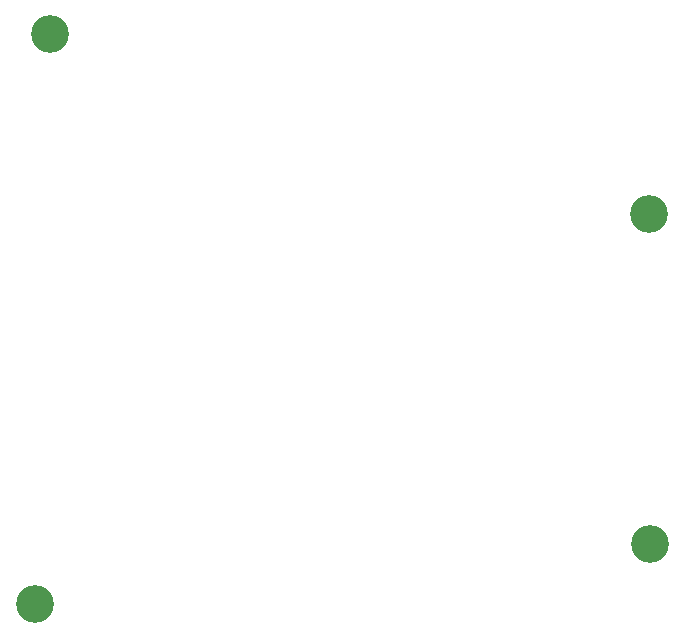
<source format=gbr>
%TF.GenerationSoftware,KiCad,Pcbnew,7.0.10*%
%TF.CreationDate,2024-09-09T18:41:49-04:00*%
%TF.ProjectId,Shield,53686965-6c64-42e6-9b69-6361645f7063,rev?*%
%TF.SameCoordinates,Original*%
%TF.FileFunction,NonPlated,1,2,NPTH,Drill*%
%TF.FilePolarity,Positive*%
%FSLAX46Y46*%
G04 Gerber Fmt 4.6, Leading zero omitted, Abs format (unit mm)*
G04 Created by KiCad (PCBNEW 7.0.10) date 2024-09-09 18:41:49*
%MOMM*%
%LPD*%
G01*
G04 APERTURE LIST*
%TA.AperFunction,ComponentDrill*%
%ADD10C,3.200000*%
%TD*%
G04 APERTURE END LIST*
D10*
%TO.C,MH2*%
X113970000Y-97587000D03*
%TO.C,MH1*%
X115240000Y-49327000D03*
%TO.C,MH3*%
X165913000Y-64567000D03*
X166040000Y-92507000D03*
M02*

</source>
